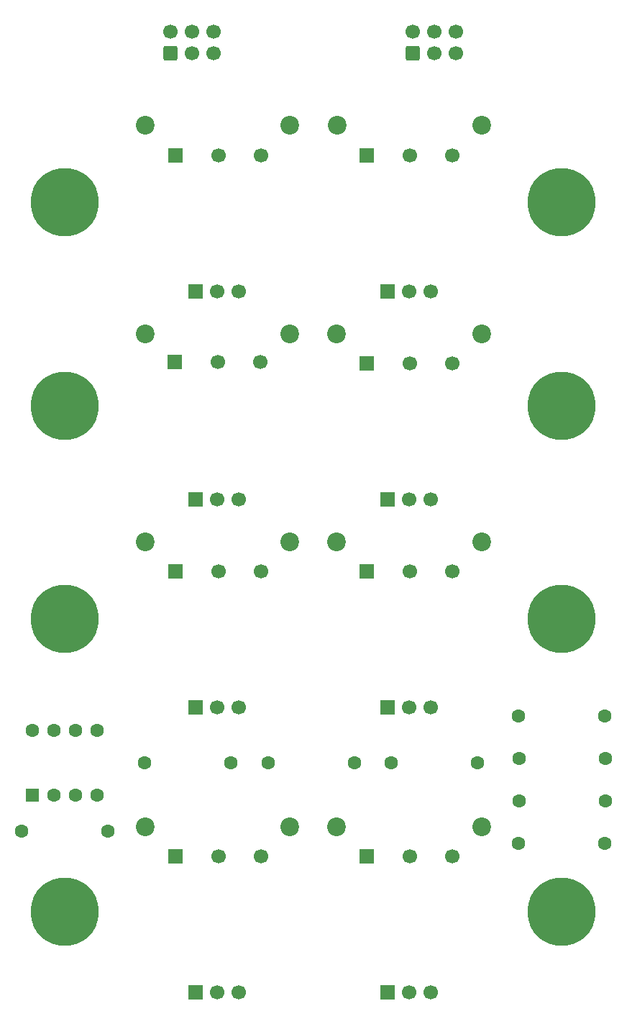
<source format=gbr>
%TF.GenerationSoftware,KiCad,Pcbnew,9.0.6*%
%TF.CreationDate,2026-01-10T01:49:01+11:00*%
%TF.ProjectId,cv-mixer,63762d6d-6978-4657-922e-6b696361645f,rev?*%
%TF.SameCoordinates,Original*%
%TF.FileFunction,Soldermask,Top*%
%TF.FilePolarity,Negative*%
%FSLAX46Y46*%
G04 Gerber Fmt 4.6, Leading zero omitted, Abs format (unit mm)*
G04 Created by KiCad (PCBNEW 9.0.6) date 2026-01-10 01:49:01*
%MOMM*%
%LPD*%
G01*
G04 APERTURE LIST*
G04 Aperture macros list*
%AMRoundRect*
0 Rectangle with rounded corners*
0 $1 Rounding radius*
0 $2 $3 $4 $5 $6 $7 $8 $9 X,Y pos of 4 corners*
0 Add a 4 corners polygon primitive as box body*
4,1,4,$2,$3,$4,$5,$6,$7,$8,$9,$2,$3,0*
0 Add four circle primitives for the rounded corners*
1,1,$1+$1,$2,$3*
1,1,$1+$1,$4,$5*
1,1,$1+$1,$6,$7*
1,1,$1+$1,$8,$9*
0 Add four rect primitives between the rounded corners*
20,1,$1+$1,$2,$3,$4,$5,0*
20,1,$1+$1,$4,$5,$6,$7,0*
20,1,$1+$1,$6,$7,$8,$9,0*
20,1,$1+$1,$8,$9,$2,$3,0*%
G04 Aperture macros list end*
%ADD10RoundRect,0.250000X0.600000X-0.600000X0.600000X0.600000X-0.600000X0.600000X-0.600000X-0.600000X0*%
%ADD11C,1.700000*%
%ADD12C,1.600000*%
%ADD13R,1.700000X1.700000*%
%ADD14C,8.000000*%
%ADD15RoundRect,0.250000X0.550000X-0.550000X0.550000X0.550000X-0.550000X0.550000X-0.550000X-0.550000X0*%
%ADD16C,2.200000*%
G04 APERTURE END LIST*
D10*
%TO.C,J19*%
X78960000Y-29500000D03*
D11*
X78960000Y-26960000D03*
X81500000Y-29500000D03*
X81500000Y-26960000D03*
X84040000Y-29500000D03*
X84040000Y-26960000D03*
%TD*%
D12*
%TO.C,R6*%
X101660000Y-117500000D03*
X91500000Y-117500000D03*
%TD*%
D13*
%TO.C,J2*%
X51000000Y-41500000D03*
D11*
X56080000Y-41500000D03*
X61080000Y-41500000D03*
%TD*%
D14*
%TO.C,J3*%
X38000000Y-71024938D03*
%TD*%
D13*
%TO.C,J10*%
X73500000Y-66000000D03*
D11*
X78580000Y-66000000D03*
X83580000Y-66000000D03*
%TD*%
D14*
%TO.C,J1*%
X38000000Y-47024938D03*
%TD*%
D12*
%TO.C,R2*%
X61920000Y-113000000D03*
X72080000Y-113000000D03*
%TD*%
D13*
%TO.C,J6*%
X51000000Y-90500000D03*
D11*
X56080000Y-90500000D03*
X61080000Y-90500000D03*
%TD*%
D14*
%TO.C,J14*%
X38000000Y-130500000D03*
%TD*%
D15*
%TO.C,U1*%
X34190000Y-116810000D03*
D12*
X36730000Y-116810000D03*
X39270000Y-116810000D03*
X41810000Y-116810000D03*
X41810000Y-109190000D03*
X39270000Y-109190000D03*
X36730000Y-109190000D03*
X34190000Y-109190000D03*
%TD*%
D14*
%TO.C,J9*%
X96500000Y-71024938D03*
%TD*%
D13*
%TO.C,J8*%
X73500000Y-41500000D03*
D11*
X78580000Y-41500000D03*
X83580000Y-41500000D03*
%TD*%
D16*
%TO.C,RV4*%
X70040000Y-38000000D03*
X87090000Y-38000000D03*
D13*
X76000000Y-57500000D03*
D11*
X78540000Y-57500000D03*
X81080000Y-57500000D03*
%TD*%
D13*
%TO.C,J4*%
X50960000Y-65800000D03*
D11*
X56040000Y-65800000D03*
X61040000Y-65800000D03*
%TD*%
D14*
%TO.C,J5*%
X38000000Y-96024938D03*
%TD*%
D16*
%TO.C,RV3*%
X47450000Y-87000000D03*
X64500000Y-87000000D03*
D13*
X53410000Y-106500000D03*
D11*
X55950000Y-106500000D03*
X58490000Y-106500000D03*
%TD*%
D16*
%TO.C,RV7*%
X47450000Y-120500000D03*
X64500000Y-120500000D03*
D13*
X53410000Y-140000000D03*
D11*
X55950000Y-140000000D03*
X58490000Y-140000000D03*
%TD*%
D16*
%TO.C,RV6*%
X70000000Y-87000000D03*
X87050000Y-87000000D03*
D13*
X75960000Y-106500000D03*
D11*
X78500000Y-106500000D03*
X81040000Y-106500000D03*
%TD*%
D13*
%TO.C,J13*%
X51000000Y-124000000D03*
D11*
X56080000Y-124000000D03*
X61080000Y-124000000D03*
%TD*%
D12*
%TO.C,R3*%
X76420000Y-113000000D03*
X86580000Y-113000000D03*
%TD*%
%TO.C,R5*%
X101660000Y-112500000D03*
X91500000Y-112500000D03*
%TD*%
D10*
%TO.C,J18*%
X50460000Y-29540000D03*
D11*
X50460000Y-27000000D03*
X53000000Y-29540000D03*
X53000000Y-27000000D03*
X55540000Y-29540000D03*
X55540000Y-27000000D03*
%TD*%
D13*
%TO.C,J12*%
X73500000Y-90500000D03*
D11*
X78580000Y-90500000D03*
X83580000Y-90500000D03*
%TD*%
D12*
%TO.C,R7*%
X32920000Y-121000000D03*
X43080000Y-121000000D03*
%TD*%
D14*
%TO.C,J11*%
X96500000Y-96024938D03*
%TD*%
%TO.C,J16*%
X96500000Y-130524938D03*
%TD*%
%TO.C,J7*%
X96500000Y-47000000D03*
%TD*%
D13*
%TO.C,J15*%
X73500000Y-124000000D03*
D11*
X78580000Y-124000000D03*
X83580000Y-124000000D03*
%TD*%
D16*
%TO.C,RV1*%
X47460000Y-38000000D03*
X64510000Y-38000000D03*
D13*
X53420000Y-57500000D03*
D11*
X55960000Y-57500000D03*
X58500000Y-57500000D03*
%TD*%
D16*
%TO.C,RV5*%
X70000000Y-62500000D03*
X87050000Y-62500000D03*
D13*
X75960000Y-82000000D03*
D11*
X78500000Y-82000000D03*
X81040000Y-82000000D03*
%TD*%
D12*
%TO.C,R1*%
X47420000Y-113000000D03*
X57580000Y-113000000D03*
%TD*%
D16*
%TO.C,RV2*%
X47450000Y-62500000D03*
X64500000Y-62500000D03*
D13*
X53410000Y-82000000D03*
D11*
X55950000Y-82000000D03*
X58490000Y-82000000D03*
%TD*%
D12*
%TO.C,R8*%
X91420000Y-122500000D03*
X101580000Y-122500000D03*
%TD*%
D16*
%TO.C,RV8*%
X70000000Y-120500000D03*
X87050000Y-120500000D03*
D13*
X75960000Y-140000000D03*
D11*
X78500000Y-140000000D03*
X81040000Y-140000000D03*
%TD*%
D12*
%TO.C,R4*%
X101580000Y-107500000D03*
X91420000Y-107500000D03*
%TD*%
M02*

</source>
